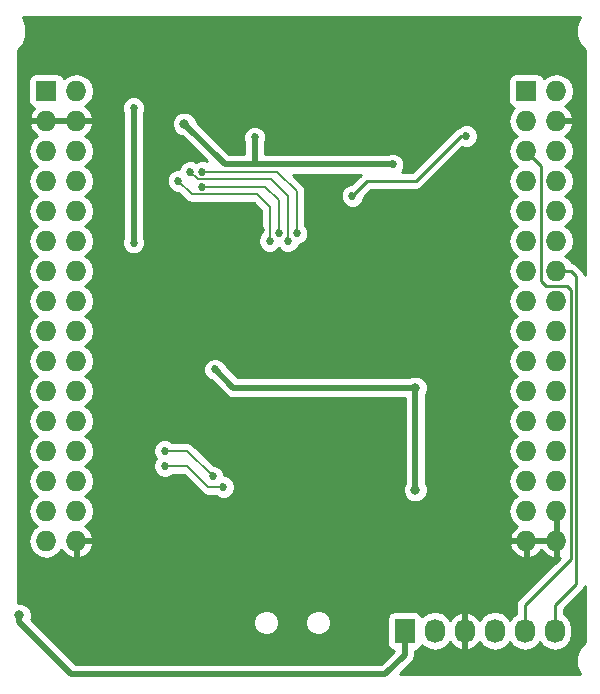
<source format=gbr>
G04 #@! TF.FileFunction,Copper,L2,Bot,Signal*
%FSLAX46Y46*%
G04 Gerber Fmt 4.6, Leading zero omitted, Abs format (unit mm)*
G04 Created by KiCad (PCBNEW 4.0.0-rc1-stable) date 11/15/2015 10:10:44 PM*
%MOMM*%
G01*
G04 APERTURE LIST*
%ADD10C,0.100000*%
%ADD11R,1.727200X2.032000*%
%ADD12O,1.727200X2.032000*%
%ADD13R,1.727200X1.727200*%
%ADD14O,1.727200X1.727200*%
%ADD15C,0.685800*%
%ADD16C,0.838200*%
%ADD17C,0.254000*%
%ADD18C,0.508000*%
%ADD19C,0.203200*%
G04 APERTURE END LIST*
D10*
D11*
X84963000Y-134620000D03*
D12*
X87503000Y-134620000D03*
X90043000Y-134620000D03*
X92583000Y-134620000D03*
X95123000Y-134620000D03*
X97663000Y-134620000D03*
D13*
X54610000Y-88900000D03*
D14*
X57150000Y-88900000D03*
X54610000Y-91440000D03*
X57150000Y-91440000D03*
X54610000Y-93980000D03*
X57150000Y-93980000D03*
X54610000Y-96520000D03*
X57150000Y-96520000D03*
X54610000Y-99060000D03*
X57150000Y-99060000D03*
X54610000Y-101600000D03*
X57150000Y-101600000D03*
X54610000Y-104140000D03*
X57150000Y-104140000D03*
X54610000Y-106680000D03*
X57150000Y-106680000D03*
X54610000Y-109220000D03*
X57150000Y-109220000D03*
X54610000Y-111760000D03*
X57150000Y-111760000D03*
X54610000Y-114300000D03*
X57150000Y-114300000D03*
X54610000Y-116840000D03*
X57150000Y-116840000D03*
X54610000Y-119380000D03*
X57150000Y-119380000D03*
X54610000Y-121920000D03*
X57150000Y-121920000D03*
X54610000Y-124460000D03*
X57150000Y-124460000D03*
X54610000Y-127000000D03*
X57150000Y-127000000D03*
D13*
X95250000Y-88900000D03*
D14*
X97790000Y-88900000D03*
X95250000Y-91440000D03*
X97790000Y-91440000D03*
X95250000Y-93980000D03*
X97790000Y-93980000D03*
X95250000Y-96520000D03*
X97790000Y-96520000D03*
X95250000Y-99060000D03*
X97790000Y-99060000D03*
X95250000Y-101600000D03*
X97790000Y-101600000D03*
X95250000Y-104140000D03*
X97790000Y-104140000D03*
X95250000Y-106680000D03*
X97790000Y-106680000D03*
X95250000Y-109220000D03*
X97790000Y-109220000D03*
X95250000Y-111760000D03*
X97790000Y-111760000D03*
X95250000Y-114300000D03*
X97790000Y-114300000D03*
X95250000Y-116840000D03*
X97790000Y-116840000D03*
X95250000Y-119380000D03*
X97790000Y-119380000D03*
X95250000Y-121920000D03*
X97790000Y-121920000D03*
X95250000Y-124460000D03*
X97790000Y-124460000D03*
X95250000Y-127000000D03*
X97790000Y-127000000D03*
D15*
X62103000Y-133350000D03*
X66675000Y-136906000D03*
X55245000Y-129921000D03*
X72771000Y-100711000D03*
X70866000Y-101854000D03*
X79756000Y-101727000D03*
X86868000Y-102743000D03*
X87503602Y-84598000D03*
X77038200Y-128066800D03*
X86487000Y-98044000D03*
X74563531Y-124079000D03*
X81588768Y-116150232D03*
X64055122Y-111331878D03*
X63317462Y-99750538D03*
X70204875Y-92837000D03*
X74295000Y-93091000D03*
X75643965Y-84963000D03*
D16*
X66294000Y-91694000D03*
D15*
X72263000Y-92837000D03*
X83947000Y-95123000D03*
X61999538Y-90320538D03*
X61999538Y-101750538D03*
X68882738Y-112473262D03*
D16*
X85852000Y-122682000D03*
X85852000Y-114046000D03*
X52324000Y-133306000D03*
D15*
X75819000Y-100965000D03*
X67818000Y-95758000D03*
X75057000Y-101600000D03*
X66802000Y-95758000D03*
X74295000Y-100965000D03*
X67818000Y-97028000D03*
X73533000Y-101600000D03*
X65786000Y-96520000D03*
X69596000Y-122428000D03*
X64653784Y-120650000D03*
X68707000Y-121539000D03*
X64633911Y-119380000D03*
X80518000Y-97790000D03*
X90170000Y-92710000D03*
D17*
X95250000Y-93980000D02*
X96520000Y-95250000D01*
X96520000Y-95250000D02*
X96520000Y-105029000D01*
X96520000Y-105029000D02*
X96901000Y-105410000D01*
X96901000Y-105410000D02*
X98679000Y-105410000D01*
X98679000Y-105410000D02*
X99060000Y-105791000D01*
X99060000Y-105791000D02*
X99060000Y-128524000D01*
X99060000Y-128524000D02*
X95123000Y-132461000D01*
X95123000Y-132461000D02*
X95123000Y-134620000D01*
D18*
X69850000Y-95123000D02*
X69723000Y-95123000D01*
X69723000Y-95123000D02*
X66294000Y-91694000D01*
X83947000Y-95123000D02*
X72290700Y-95123000D01*
X72290700Y-95123000D02*
X69850000Y-95123000D01*
X72263000Y-95095300D02*
X72290700Y-95123000D01*
X72263000Y-92837000D02*
X72263000Y-95095300D01*
X61999538Y-101750538D02*
X61999538Y-90320538D01*
X85852000Y-114046000D02*
X70455476Y-114046000D01*
X70455476Y-114046000D02*
X68882738Y-112473262D01*
X85852000Y-114638696D02*
X85852000Y-122682000D01*
X85852000Y-114046000D02*
X85852000Y-114638696D01*
X83312000Y-138303000D02*
X84963000Y-136652000D01*
X84963000Y-136652000D02*
X84963000Y-134620000D01*
X56728304Y-138303000D02*
X83312000Y-138303000D01*
X52324000Y-133306000D02*
X52324000Y-133898696D01*
X52324000Y-133898696D02*
X56728304Y-138303000D01*
D17*
X97790000Y-104140000D02*
X99011314Y-104140000D01*
X99466410Y-104595096D02*
X99466410Y-130657590D01*
X99011314Y-104140000D02*
X99466410Y-104595096D01*
X99466410Y-130657590D02*
X97663000Y-132461000D01*
X97663000Y-132461000D02*
X97663000Y-134620000D01*
X97790000Y-104140000D02*
X98552000Y-104140000D01*
D19*
X67818000Y-95758000D02*
X74168000Y-95758000D01*
X74168000Y-95758000D02*
X75819000Y-97409000D01*
X75819000Y-97409000D02*
X75819000Y-100965000D01*
X66802000Y-95758000D02*
X67437000Y-96393000D01*
X67437000Y-96393000D02*
X73660000Y-96393000D01*
X73660000Y-96393000D02*
X75057000Y-97790000D01*
X75057000Y-97790000D02*
X75057000Y-101600000D01*
X67818000Y-97028000D02*
X73152000Y-97028000D01*
X73152000Y-97028000D02*
X74295000Y-98171000D01*
X74295000Y-98171000D02*
X74295000Y-100965000D01*
X66929000Y-97663000D02*
X72466198Y-97663000D01*
X72466198Y-97663000D02*
X73533000Y-98729802D01*
X65786000Y-96520000D02*
X66929000Y-97663000D01*
X73533000Y-98729802D02*
X73533000Y-101600000D01*
X68326000Y-122428000D02*
X69596000Y-122428000D01*
X66548000Y-120650000D02*
X68326000Y-122428000D01*
X65138717Y-120650000D02*
X66548000Y-120650000D01*
X64653784Y-120650000D02*
X65138717Y-120650000D01*
X66548000Y-119380000D02*
X68707000Y-121539000D01*
X65118844Y-119380000D02*
X66548000Y-119380000D01*
X64633911Y-119380000D02*
X65118844Y-119380000D01*
D17*
X81788000Y-96520000D02*
X80518000Y-97790000D01*
X85875067Y-96520000D02*
X81788000Y-96520000D01*
X90170000Y-92710000D02*
X89685067Y-92710000D01*
X89685067Y-92710000D02*
X85875067Y-96520000D01*
G36*
X99465372Y-83393459D02*
X99464630Y-84242815D01*
X99788980Y-85027800D01*
X100203000Y-85442543D01*
X100203000Y-104467352D01*
X100170406Y-104303491D01*
X100005225Y-104056281D01*
X99550129Y-103601185D01*
X99498236Y-103566511D01*
X99302919Y-103436004D01*
X99088136Y-103393281D01*
X98879029Y-103080330D01*
X98564248Y-102870000D01*
X98879029Y-102659670D01*
X99203885Y-102173489D01*
X99317959Y-101600000D01*
X99203885Y-101026511D01*
X98879029Y-100540330D01*
X98564248Y-100330000D01*
X98879029Y-100119670D01*
X99203885Y-99633489D01*
X99317959Y-99060000D01*
X99203885Y-98486511D01*
X98879029Y-98000330D01*
X98564248Y-97790000D01*
X98879029Y-97579670D01*
X99203885Y-97093489D01*
X99317959Y-96520000D01*
X99203885Y-95946511D01*
X98879029Y-95460330D01*
X98564248Y-95250000D01*
X98879029Y-95039670D01*
X99203885Y-94553489D01*
X99317959Y-93980000D01*
X99203885Y-93406511D01*
X98879029Y-92920330D01*
X98555772Y-92704336D01*
X98678490Y-92646821D01*
X99072688Y-92214947D01*
X99244958Y-91799026D01*
X99123817Y-91567000D01*
X97917000Y-91567000D01*
X97917000Y-91587000D01*
X97663000Y-91587000D01*
X97663000Y-91567000D01*
X97643000Y-91567000D01*
X97643000Y-91313000D01*
X97663000Y-91313000D01*
X97663000Y-91293000D01*
X97917000Y-91293000D01*
X97917000Y-91313000D01*
X99123817Y-91313000D01*
X99244958Y-91080974D01*
X99072688Y-90665053D01*
X98678490Y-90233179D01*
X98555772Y-90175664D01*
X98879029Y-89959670D01*
X99203885Y-89473489D01*
X99317959Y-88900000D01*
X99203885Y-88326511D01*
X98879029Y-87840330D01*
X98392848Y-87515474D01*
X97819359Y-87401400D01*
X97760641Y-87401400D01*
X97187152Y-87515474D01*
X96721558Y-87826574D01*
X96716762Y-87801083D01*
X96577690Y-87584959D01*
X96365490Y-87439969D01*
X96113600Y-87388960D01*
X94386400Y-87388960D01*
X94151083Y-87433238D01*
X93934959Y-87572310D01*
X93789969Y-87784510D01*
X93738960Y-88036400D01*
X93738960Y-89763600D01*
X93783238Y-89998917D01*
X93922310Y-90215041D01*
X94134510Y-90360031D01*
X94178131Y-90368864D01*
X94160971Y-90380330D01*
X93836115Y-90866511D01*
X93722041Y-91440000D01*
X93836115Y-92013489D01*
X94160971Y-92499670D01*
X94475752Y-92710000D01*
X94160971Y-92920330D01*
X93836115Y-93406511D01*
X93722041Y-93980000D01*
X93836115Y-94553489D01*
X94160971Y-95039670D01*
X94475752Y-95250000D01*
X94160971Y-95460330D01*
X93836115Y-95946511D01*
X93722041Y-96520000D01*
X93836115Y-97093489D01*
X94160971Y-97579670D01*
X94475752Y-97790000D01*
X94160971Y-98000330D01*
X93836115Y-98486511D01*
X93722041Y-99060000D01*
X93836115Y-99633489D01*
X94160971Y-100119670D01*
X94475752Y-100330000D01*
X94160971Y-100540330D01*
X93836115Y-101026511D01*
X93722041Y-101600000D01*
X93836115Y-102173489D01*
X94160971Y-102659670D01*
X94475752Y-102870000D01*
X94160971Y-103080330D01*
X93836115Y-103566511D01*
X93722041Y-104140000D01*
X93836115Y-104713489D01*
X94160971Y-105199670D01*
X94475752Y-105410000D01*
X94160971Y-105620330D01*
X93836115Y-106106511D01*
X93722041Y-106680000D01*
X93836115Y-107253489D01*
X94160971Y-107739670D01*
X94475752Y-107950000D01*
X94160971Y-108160330D01*
X93836115Y-108646511D01*
X93722041Y-109220000D01*
X93836115Y-109793489D01*
X94160971Y-110279670D01*
X94475752Y-110490000D01*
X94160971Y-110700330D01*
X93836115Y-111186511D01*
X93722041Y-111760000D01*
X93836115Y-112333489D01*
X94160971Y-112819670D01*
X94475752Y-113030000D01*
X94160971Y-113240330D01*
X93836115Y-113726511D01*
X93722041Y-114300000D01*
X93836115Y-114873489D01*
X94160971Y-115359670D01*
X94475752Y-115570000D01*
X94160971Y-115780330D01*
X93836115Y-116266511D01*
X93722041Y-116840000D01*
X93836115Y-117413489D01*
X94160971Y-117899670D01*
X94475752Y-118110000D01*
X94160971Y-118320330D01*
X93836115Y-118806511D01*
X93722041Y-119380000D01*
X93836115Y-119953489D01*
X94160971Y-120439670D01*
X94475752Y-120650000D01*
X94160971Y-120860330D01*
X93836115Y-121346511D01*
X93722041Y-121920000D01*
X93836115Y-122493489D01*
X94160971Y-122979670D01*
X94475752Y-123190000D01*
X94160971Y-123400330D01*
X93836115Y-123886511D01*
X93722041Y-124460000D01*
X93836115Y-125033489D01*
X94160971Y-125519670D01*
X94484228Y-125735664D01*
X94361510Y-125793179D01*
X93967312Y-126225053D01*
X93795042Y-126640974D01*
X93916183Y-126873000D01*
X95123000Y-126873000D01*
X95123000Y-126853000D01*
X95377000Y-126853000D01*
X95377000Y-126873000D01*
X97663000Y-126873000D01*
X97663000Y-124587000D01*
X97643000Y-124587000D01*
X97643000Y-124333000D01*
X97663000Y-124333000D01*
X97663000Y-124313000D01*
X97917000Y-124313000D01*
X97917000Y-124333000D01*
X97937000Y-124333000D01*
X97937000Y-124587000D01*
X97917000Y-124587000D01*
X97917000Y-126873000D01*
X97937000Y-126873000D01*
X97937000Y-127127000D01*
X97917000Y-127127000D01*
X97917000Y-128334469D01*
X98084771Y-128421598D01*
X94584185Y-131922185D01*
X94419004Y-132169395D01*
X94361000Y-132461000D01*
X94361000Y-133176688D01*
X94063330Y-133375585D01*
X93853000Y-133690366D01*
X93642670Y-133375585D01*
X93156489Y-133050729D01*
X92583000Y-132936655D01*
X92009511Y-133050729D01*
X91523330Y-133375585D01*
X91316539Y-133685069D01*
X90945036Y-133269268D01*
X90417791Y-133015291D01*
X90402026Y-133012642D01*
X90170000Y-133133783D01*
X90170000Y-134493000D01*
X90190000Y-134493000D01*
X90190000Y-134747000D01*
X90170000Y-134747000D01*
X90170000Y-136106217D01*
X90402026Y-136227358D01*
X90417791Y-136224709D01*
X90945036Y-135970732D01*
X91316539Y-135554931D01*
X91523330Y-135864415D01*
X92009511Y-136189271D01*
X92583000Y-136303345D01*
X93156489Y-136189271D01*
X93642670Y-135864415D01*
X93853000Y-135549634D01*
X94063330Y-135864415D01*
X94549511Y-136189271D01*
X95123000Y-136303345D01*
X95696489Y-136189271D01*
X96182670Y-135864415D01*
X96393000Y-135549634D01*
X96603330Y-135864415D01*
X97089511Y-136189271D01*
X97663000Y-136303345D01*
X98236489Y-136189271D01*
X98722670Y-135864415D01*
X99047526Y-135378234D01*
X99161600Y-134804745D01*
X99161600Y-134435255D01*
X99047526Y-133861766D01*
X98722670Y-133375585D01*
X98425000Y-133176688D01*
X98425000Y-132776630D01*
X100005225Y-131196405D01*
X100170406Y-130949195D01*
X100203000Y-130785334D01*
X100203000Y-135537850D01*
X99791091Y-135949041D01*
X99465372Y-136733459D01*
X99464630Y-137582815D01*
X99762205Y-138303000D01*
X84569236Y-138303000D01*
X85591618Y-137280618D01*
X85784330Y-136992205D01*
X85852000Y-136652000D01*
X85852000Y-136278661D01*
X86061917Y-136239162D01*
X86278041Y-136100090D01*
X86423031Y-135887890D01*
X86431400Y-135846561D01*
X86443330Y-135864415D01*
X86929511Y-136189271D01*
X87503000Y-136303345D01*
X88076489Y-136189271D01*
X88562670Y-135864415D01*
X88769461Y-135554931D01*
X89140964Y-135970732D01*
X89668209Y-136224709D01*
X89683974Y-136227358D01*
X89916000Y-136106217D01*
X89916000Y-134747000D01*
X89896000Y-134747000D01*
X89896000Y-134493000D01*
X89916000Y-134493000D01*
X89916000Y-133133783D01*
X89683974Y-133012642D01*
X89668209Y-133015291D01*
X89140964Y-133269268D01*
X88769461Y-133685069D01*
X88562670Y-133375585D01*
X88076489Y-133050729D01*
X87503000Y-132936655D01*
X86929511Y-133050729D01*
X86443330Y-133375585D01*
X86433757Y-133389913D01*
X86429762Y-133368683D01*
X86290690Y-133152559D01*
X86078490Y-133007569D01*
X85826600Y-132956560D01*
X84099400Y-132956560D01*
X83864083Y-133000838D01*
X83647959Y-133139910D01*
X83502969Y-133352110D01*
X83451960Y-133604000D01*
X83451960Y-135636000D01*
X83496238Y-135871317D01*
X83635310Y-136087441D01*
X83847510Y-136232431D01*
X84074000Y-136278296D01*
X84074000Y-136283764D01*
X82943764Y-137414000D01*
X57096540Y-137414000D01*
X53793430Y-134110890D01*
X72153592Y-134110890D01*
X72318362Y-134509663D01*
X72623193Y-134815026D01*
X73021677Y-134980491D01*
X73453150Y-134980868D01*
X73851923Y-134816098D01*
X74157286Y-134511267D01*
X74322751Y-134112783D01*
X74322752Y-134110890D01*
X76552872Y-134110890D01*
X76717642Y-134509663D01*
X77022473Y-134815026D01*
X77420957Y-134980491D01*
X77852430Y-134980868D01*
X78251203Y-134816098D01*
X78556566Y-134511267D01*
X78722031Y-134112783D01*
X78722408Y-133681310D01*
X78557638Y-133282537D01*
X78252807Y-132977174D01*
X77854323Y-132811709D01*
X77422850Y-132811332D01*
X77024077Y-132976102D01*
X76718714Y-133280933D01*
X76553249Y-133679417D01*
X76552872Y-134110890D01*
X74322752Y-134110890D01*
X74323128Y-133681310D01*
X74158358Y-133282537D01*
X73853527Y-132977174D01*
X73455043Y-132811709D01*
X73023570Y-132811332D01*
X72624797Y-132976102D01*
X72319434Y-133280933D01*
X72153969Y-133679417D01*
X72153592Y-134110890D01*
X53793430Y-134110890D01*
X53325461Y-133642921D01*
X53377917Y-133516593D01*
X53378283Y-133097246D01*
X53218144Y-132709680D01*
X52921879Y-132412899D01*
X52534593Y-132252083D01*
X52197000Y-132251788D01*
X52197000Y-93980000D01*
X53082041Y-93980000D01*
X53196115Y-94553489D01*
X53520971Y-95039670D01*
X53835752Y-95250000D01*
X53520971Y-95460330D01*
X53196115Y-95946511D01*
X53082041Y-96520000D01*
X53196115Y-97093489D01*
X53520971Y-97579670D01*
X53835752Y-97790000D01*
X53520971Y-98000330D01*
X53196115Y-98486511D01*
X53082041Y-99060000D01*
X53196115Y-99633489D01*
X53520971Y-100119670D01*
X53835752Y-100330000D01*
X53520971Y-100540330D01*
X53196115Y-101026511D01*
X53082041Y-101600000D01*
X53196115Y-102173489D01*
X53520971Y-102659670D01*
X53835752Y-102870000D01*
X53520971Y-103080330D01*
X53196115Y-103566511D01*
X53082041Y-104140000D01*
X53196115Y-104713489D01*
X53520971Y-105199670D01*
X53835752Y-105410000D01*
X53520971Y-105620330D01*
X53196115Y-106106511D01*
X53082041Y-106680000D01*
X53196115Y-107253489D01*
X53520971Y-107739670D01*
X53835752Y-107950000D01*
X53520971Y-108160330D01*
X53196115Y-108646511D01*
X53082041Y-109220000D01*
X53196115Y-109793489D01*
X53520971Y-110279670D01*
X53835752Y-110490000D01*
X53520971Y-110700330D01*
X53196115Y-111186511D01*
X53082041Y-111760000D01*
X53196115Y-112333489D01*
X53520971Y-112819670D01*
X53835752Y-113030000D01*
X53520971Y-113240330D01*
X53196115Y-113726511D01*
X53082041Y-114300000D01*
X53196115Y-114873489D01*
X53520971Y-115359670D01*
X53835752Y-115570000D01*
X53520971Y-115780330D01*
X53196115Y-116266511D01*
X53082041Y-116840000D01*
X53196115Y-117413489D01*
X53520971Y-117899670D01*
X53835752Y-118110000D01*
X53520971Y-118320330D01*
X53196115Y-118806511D01*
X53082041Y-119380000D01*
X53196115Y-119953489D01*
X53520971Y-120439670D01*
X53835752Y-120650000D01*
X53520971Y-120860330D01*
X53196115Y-121346511D01*
X53082041Y-121920000D01*
X53196115Y-122493489D01*
X53520971Y-122979670D01*
X53835752Y-123190000D01*
X53520971Y-123400330D01*
X53196115Y-123886511D01*
X53082041Y-124460000D01*
X53196115Y-125033489D01*
X53520971Y-125519670D01*
X53835752Y-125730000D01*
X53520971Y-125940330D01*
X53196115Y-126426511D01*
X53082041Y-127000000D01*
X53196115Y-127573489D01*
X53520971Y-128059670D01*
X54007152Y-128384526D01*
X54580641Y-128498600D01*
X54639359Y-128498600D01*
X55212848Y-128384526D01*
X55699029Y-128059670D01*
X55879992Y-127788839D01*
X56261510Y-128206821D01*
X56790973Y-128454968D01*
X57023000Y-128334469D01*
X57023000Y-127127000D01*
X57277000Y-127127000D01*
X57277000Y-128334469D01*
X57509027Y-128454968D01*
X58038490Y-128206821D01*
X58432688Y-127774947D01*
X58604958Y-127359026D01*
X93795042Y-127359026D01*
X93967312Y-127774947D01*
X94361510Y-128206821D01*
X94890973Y-128454968D01*
X95123000Y-128334469D01*
X95123000Y-127127000D01*
X95377000Y-127127000D01*
X95377000Y-128334469D01*
X95609027Y-128454968D01*
X96138490Y-128206821D01*
X96520000Y-127788848D01*
X96901510Y-128206821D01*
X97430973Y-128454968D01*
X97663000Y-128334469D01*
X97663000Y-127127000D01*
X95377000Y-127127000D01*
X95123000Y-127127000D01*
X93916183Y-127127000D01*
X93795042Y-127359026D01*
X58604958Y-127359026D01*
X58483817Y-127127000D01*
X57277000Y-127127000D01*
X57023000Y-127127000D01*
X57003000Y-127127000D01*
X57003000Y-126873000D01*
X57023000Y-126873000D01*
X57023000Y-126853000D01*
X57277000Y-126853000D01*
X57277000Y-126873000D01*
X58483817Y-126873000D01*
X58604958Y-126640974D01*
X58432688Y-126225053D01*
X58038490Y-125793179D01*
X57915772Y-125735664D01*
X58239029Y-125519670D01*
X58563885Y-125033489D01*
X58677959Y-124460000D01*
X58563885Y-123886511D01*
X58239029Y-123400330D01*
X57924248Y-123190000D01*
X58239029Y-122979670D01*
X58563885Y-122493489D01*
X58677959Y-121920000D01*
X58563885Y-121346511D01*
X58239029Y-120860330D01*
X57924248Y-120650000D01*
X58239029Y-120439670D01*
X58563885Y-119953489D01*
X58639437Y-119573663D01*
X63655842Y-119573663D01*
X63804404Y-119933212D01*
X63895870Y-120024838D01*
X63825244Y-120095341D01*
X63676054Y-120454630D01*
X63675715Y-120843663D01*
X63824277Y-121203212D01*
X64099125Y-121478540D01*
X64458414Y-121627730D01*
X64847447Y-121628069D01*
X65206996Y-121479507D01*
X65300065Y-121386600D01*
X66242890Y-121386600D01*
X67805145Y-122948855D01*
X68044115Y-123108530D01*
X68326000Y-123164600D01*
X68949561Y-123164600D01*
X69041341Y-123256540D01*
X69400630Y-123405730D01*
X69789663Y-123406069D01*
X70149212Y-123257507D01*
X70424540Y-122982659D01*
X70573730Y-122623370D01*
X70574069Y-122234337D01*
X70425507Y-121874788D01*
X70150659Y-121599460D01*
X69791370Y-121450270D01*
X69684978Y-121450177D01*
X69685069Y-121345337D01*
X69536507Y-120985788D01*
X69261659Y-120710460D01*
X68902370Y-120561270D01*
X68770865Y-120561155D01*
X67068855Y-118859145D01*
X66829885Y-118699470D01*
X66548000Y-118643400D01*
X65280350Y-118643400D01*
X65188570Y-118551460D01*
X64829281Y-118402270D01*
X64440248Y-118401931D01*
X64080699Y-118550493D01*
X63805371Y-118825341D01*
X63656181Y-119184630D01*
X63655842Y-119573663D01*
X58639437Y-119573663D01*
X58677959Y-119380000D01*
X58563885Y-118806511D01*
X58239029Y-118320330D01*
X57924248Y-118110000D01*
X58239029Y-117899670D01*
X58563885Y-117413489D01*
X58677959Y-116840000D01*
X58563885Y-116266511D01*
X58239029Y-115780330D01*
X57924248Y-115570000D01*
X58239029Y-115359670D01*
X58563885Y-114873489D01*
X58677959Y-114300000D01*
X58563885Y-113726511D01*
X58239029Y-113240330D01*
X57924248Y-113030000D01*
X58239029Y-112819670D01*
X58341090Y-112666925D01*
X67904669Y-112666925D01*
X68053231Y-113026474D01*
X68328079Y-113301802D01*
X68543488Y-113391248D01*
X69826858Y-114674618D01*
X70115270Y-114867329D01*
X70455476Y-114935000D01*
X84963000Y-114935000D01*
X84963000Y-122080027D01*
X84958899Y-122084121D01*
X84798083Y-122471407D01*
X84797717Y-122890754D01*
X84957856Y-123278320D01*
X85254121Y-123575101D01*
X85641407Y-123735917D01*
X86060754Y-123736283D01*
X86448320Y-123576144D01*
X86745101Y-123279879D01*
X86905917Y-122892593D01*
X86906283Y-122473246D01*
X86746144Y-122085680D01*
X86741000Y-122080527D01*
X86741000Y-114647973D01*
X86745101Y-114643879D01*
X86905917Y-114256593D01*
X86906283Y-113837246D01*
X86746144Y-113449680D01*
X86449879Y-113152899D01*
X86062593Y-112992083D01*
X85643246Y-112991717D01*
X85255680Y-113151856D01*
X85250527Y-113157000D01*
X70823712Y-113157000D01*
X69800601Y-112133889D01*
X69712245Y-111920050D01*
X69437397Y-111644722D01*
X69078108Y-111495532D01*
X68689075Y-111495193D01*
X68329526Y-111643755D01*
X68054198Y-111918603D01*
X67905008Y-112277892D01*
X67904669Y-112666925D01*
X58341090Y-112666925D01*
X58563885Y-112333489D01*
X58677959Y-111760000D01*
X58563885Y-111186511D01*
X58239029Y-110700330D01*
X57924248Y-110490000D01*
X58239029Y-110279670D01*
X58563885Y-109793489D01*
X58677959Y-109220000D01*
X58563885Y-108646511D01*
X58239029Y-108160330D01*
X57924248Y-107950000D01*
X58239029Y-107739670D01*
X58563885Y-107253489D01*
X58677959Y-106680000D01*
X58563885Y-106106511D01*
X58239029Y-105620330D01*
X57924248Y-105410000D01*
X58239029Y-105199670D01*
X58563885Y-104713489D01*
X58677959Y-104140000D01*
X58563885Y-103566511D01*
X58239029Y-103080330D01*
X57924248Y-102870000D01*
X58239029Y-102659670D01*
X58563885Y-102173489D01*
X58677959Y-101600000D01*
X58563885Y-101026511D01*
X58239029Y-100540330D01*
X57924248Y-100330000D01*
X58239029Y-100119670D01*
X58563885Y-99633489D01*
X58677959Y-99060000D01*
X58563885Y-98486511D01*
X58239029Y-98000330D01*
X57924248Y-97790000D01*
X58239029Y-97579670D01*
X58563885Y-97093489D01*
X58677959Y-96520000D01*
X58563885Y-95946511D01*
X58239029Y-95460330D01*
X57924248Y-95250000D01*
X58239029Y-95039670D01*
X58563885Y-94553489D01*
X58677959Y-93980000D01*
X58563885Y-93406511D01*
X58239029Y-92920330D01*
X57915772Y-92704336D01*
X58038490Y-92646821D01*
X58432688Y-92214947D01*
X58604958Y-91799026D01*
X58483817Y-91567000D01*
X57277000Y-91567000D01*
X57277000Y-91587000D01*
X57023000Y-91587000D01*
X57023000Y-91567000D01*
X54737000Y-91567000D01*
X54737000Y-91587000D01*
X54483000Y-91587000D01*
X54483000Y-91567000D01*
X53276183Y-91567000D01*
X53155042Y-91799026D01*
X53327312Y-92214947D01*
X53721510Y-92646821D01*
X53844228Y-92704336D01*
X53520971Y-92920330D01*
X53196115Y-93406511D01*
X53082041Y-93980000D01*
X52197000Y-93980000D01*
X52197000Y-88036400D01*
X53098960Y-88036400D01*
X53098960Y-89763600D01*
X53143238Y-89998917D01*
X53282310Y-90215041D01*
X53494510Y-90360031D01*
X53588375Y-90379039D01*
X53327312Y-90665053D01*
X53155042Y-91080974D01*
X53276183Y-91313000D01*
X54483000Y-91313000D01*
X54483000Y-91293000D01*
X54737000Y-91293000D01*
X54737000Y-91313000D01*
X57023000Y-91313000D01*
X57023000Y-91293000D01*
X57277000Y-91293000D01*
X57277000Y-91313000D01*
X58483817Y-91313000D01*
X58604958Y-91080974D01*
X58432688Y-90665053D01*
X58294997Y-90514201D01*
X61021469Y-90514201D01*
X61110538Y-90729765D01*
X61110538Y-101341483D01*
X61021808Y-101555168D01*
X61021469Y-101944201D01*
X61170031Y-102303750D01*
X61444879Y-102579078D01*
X61804168Y-102728268D01*
X62193201Y-102728607D01*
X62552750Y-102580045D01*
X62828078Y-102305197D01*
X62977268Y-101945908D01*
X62977607Y-101556875D01*
X62888538Y-101341311D01*
X62888538Y-96713663D01*
X64807931Y-96713663D01*
X64956493Y-97073212D01*
X65231341Y-97348540D01*
X65590630Y-97497730D01*
X65722135Y-97497845D01*
X66408145Y-98183855D01*
X66647115Y-98343530D01*
X66929000Y-98399600D01*
X72161088Y-98399600D01*
X72796400Y-99034912D01*
X72796400Y-100953561D01*
X72704460Y-101045341D01*
X72555270Y-101404630D01*
X72554931Y-101793663D01*
X72703493Y-102153212D01*
X72978341Y-102428540D01*
X73337630Y-102577730D01*
X73726663Y-102578069D01*
X74086212Y-102429507D01*
X74295123Y-102220960D01*
X74502341Y-102428540D01*
X74861630Y-102577730D01*
X75250663Y-102578069D01*
X75610212Y-102429507D01*
X75885540Y-102154659D01*
X75973414Y-101943035D01*
X76012663Y-101943069D01*
X76372212Y-101794507D01*
X76647540Y-101519659D01*
X76796730Y-101160370D01*
X76797069Y-100771337D01*
X76648507Y-100411788D01*
X76555600Y-100318719D01*
X76555600Y-97409000D01*
X76499530Y-97127115D01*
X76339855Y-96888145D01*
X75463710Y-96012000D01*
X81218369Y-96012000D01*
X80418357Y-96812013D01*
X80324337Y-96811931D01*
X79964788Y-96960493D01*
X79689460Y-97235341D01*
X79540270Y-97594630D01*
X79539931Y-97983663D01*
X79688493Y-98343212D01*
X79963341Y-98618540D01*
X80322630Y-98767730D01*
X80711663Y-98768069D01*
X81071212Y-98619507D01*
X81346540Y-98344659D01*
X81495730Y-97985370D01*
X81495813Y-97889817D01*
X82103631Y-97282000D01*
X85875067Y-97282000D01*
X86166672Y-97223996D01*
X86413882Y-97058815D01*
X89840616Y-93632082D01*
X89974630Y-93687730D01*
X90363663Y-93688069D01*
X90723212Y-93539507D01*
X90998540Y-93264659D01*
X91147730Y-92905370D01*
X91148069Y-92516337D01*
X90999507Y-92156788D01*
X90724659Y-91881460D01*
X90365370Y-91732270D01*
X89976337Y-91731931D01*
X89616788Y-91880493D01*
X89515344Y-91981760D01*
X89393462Y-92006004D01*
X89294444Y-92072166D01*
X89146252Y-92171184D01*
X85559437Y-95758000D01*
X84695059Y-95758000D01*
X84775540Y-95677659D01*
X84924730Y-95318370D01*
X84925069Y-94929337D01*
X84776507Y-94569788D01*
X84501659Y-94294460D01*
X84142370Y-94145270D01*
X83753337Y-94144931D01*
X83537773Y-94234000D01*
X73152000Y-94234000D01*
X73152000Y-93246055D01*
X73240730Y-93032370D01*
X73241069Y-92643337D01*
X73092507Y-92283788D01*
X72817659Y-92008460D01*
X72458370Y-91859270D01*
X72069337Y-91858931D01*
X71709788Y-92007493D01*
X71434460Y-92282341D01*
X71285270Y-92641630D01*
X71284931Y-93030663D01*
X71374000Y-93246227D01*
X71374000Y-94234000D01*
X70091236Y-94234000D01*
X67348278Y-91491042D01*
X67348283Y-91485246D01*
X67188144Y-91097680D01*
X66891879Y-90800899D01*
X66504593Y-90640083D01*
X66085246Y-90639717D01*
X65697680Y-90799856D01*
X65400899Y-91096121D01*
X65240083Y-91483407D01*
X65239717Y-91902754D01*
X65399856Y-92290320D01*
X65696121Y-92587101D01*
X66083407Y-92747917D01*
X66090687Y-92747923D01*
X68200906Y-94858142D01*
X68013370Y-94780270D01*
X67624337Y-94779931D01*
X67309670Y-94909948D01*
X66997370Y-94780270D01*
X66608337Y-94779931D01*
X66248788Y-94928493D01*
X65973460Y-95203341D01*
X65832778Y-95542141D01*
X65592337Y-95541931D01*
X65232788Y-95690493D01*
X64957460Y-95965341D01*
X64808270Y-96324630D01*
X64807931Y-96713663D01*
X62888538Y-96713663D01*
X62888538Y-90729593D01*
X62977268Y-90515908D01*
X62977607Y-90126875D01*
X62829045Y-89767326D01*
X62554197Y-89491998D01*
X62194908Y-89342808D01*
X61805875Y-89342469D01*
X61446326Y-89491031D01*
X61170998Y-89765879D01*
X61021808Y-90125168D01*
X61021469Y-90514201D01*
X58294997Y-90514201D01*
X58038490Y-90233179D01*
X57915772Y-90175664D01*
X58239029Y-89959670D01*
X58563885Y-89473489D01*
X58677959Y-88900000D01*
X58563885Y-88326511D01*
X58239029Y-87840330D01*
X57752848Y-87515474D01*
X57179359Y-87401400D01*
X57120641Y-87401400D01*
X56547152Y-87515474D01*
X56081558Y-87826574D01*
X56076762Y-87801083D01*
X55937690Y-87584959D01*
X55725490Y-87439969D01*
X55473600Y-87388960D01*
X53746400Y-87388960D01*
X53511083Y-87433238D01*
X53294959Y-87572310D01*
X53149969Y-87784510D01*
X53098960Y-88036400D01*
X52197000Y-88036400D01*
X52197000Y-85442150D01*
X52608909Y-85030959D01*
X52934628Y-84246541D01*
X52935370Y-83397185D01*
X52637795Y-82677000D01*
X99762872Y-82677000D01*
X99465372Y-83393459D01*
X99465372Y-83393459D01*
G37*
X99465372Y-83393459D02*
X99464630Y-84242815D01*
X99788980Y-85027800D01*
X100203000Y-85442543D01*
X100203000Y-104467352D01*
X100170406Y-104303491D01*
X100005225Y-104056281D01*
X99550129Y-103601185D01*
X99498236Y-103566511D01*
X99302919Y-103436004D01*
X99088136Y-103393281D01*
X98879029Y-103080330D01*
X98564248Y-102870000D01*
X98879029Y-102659670D01*
X99203885Y-102173489D01*
X99317959Y-101600000D01*
X99203885Y-101026511D01*
X98879029Y-100540330D01*
X98564248Y-100330000D01*
X98879029Y-100119670D01*
X99203885Y-99633489D01*
X99317959Y-99060000D01*
X99203885Y-98486511D01*
X98879029Y-98000330D01*
X98564248Y-97790000D01*
X98879029Y-97579670D01*
X99203885Y-97093489D01*
X99317959Y-96520000D01*
X99203885Y-95946511D01*
X98879029Y-95460330D01*
X98564248Y-95250000D01*
X98879029Y-95039670D01*
X99203885Y-94553489D01*
X99317959Y-93980000D01*
X99203885Y-93406511D01*
X98879029Y-92920330D01*
X98555772Y-92704336D01*
X98678490Y-92646821D01*
X99072688Y-92214947D01*
X99244958Y-91799026D01*
X99123817Y-91567000D01*
X97917000Y-91567000D01*
X97917000Y-91587000D01*
X97663000Y-91587000D01*
X97663000Y-91567000D01*
X97643000Y-91567000D01*
X97643000Y-91313000D01*
X97663000Y-91313000D01*
X97663000Y-91293000D01*
X97917000Y-91293000D01*
X97917000Y-91313000D01*
X99123817Y-91313000D01*
X99244958Y-91080974D01*
X99072688Y-90665053D01*
X98678490Y-90233179D01*
X98555772Y-90175664D01*
X98879029Y-89959670D01*
X99203885Y-89473489D01*
X99317959Y-88900000D01*
X99203885Y-88326511D01*
X98879029Y-87840330D01*
X98392848Y-87515474D01*
X97819359Y-87401400D01*
X97760641Y-87401400D01*
X97187152Y-87515474D01*
X96721558Y-87826574D01*
X96716762Y-87801083D01*
X96577690Y-87584959D01*
X96365490Y-87439969D01*
X96113600Y-87388960D01*
X94386400Y-87388960D01*
X94151083Y-87433238D01*
X93934959Y-87572310D01*
X93789969Y-87784510D01*
X93738960Y-88036400D01*
X93738960Y-89763600D01*
X93783238Y-89998917D01*
X93922310Y-90215041D01*
X94134510Y-90360031D01*
X94178131Y-90368864D01*
X94160971Y-90380330D01*
X93836115Y-90866511D01*
X93722041Y-91440000D01*
X93836115Y-92013489D01*
X94160971Y-92499670D01*
X94475752Y-92710000D01*
X94160971Y-92920330D01*
X93836115Y-93406511D01*
X93722041Y-93980000D01*
X93836115Y-94553489D01*
X94160971Y-95039670D01*
X94475752Y-95250000D01*
X94160971Y-95460330D01*
X93836115Y-95946511D01*
X93722041Y-96520000D01*
X93836115Y-97093489D01*
X94160971Y-97579670D01*
X94475752Y-97790000D01*
X94160971Y-98000330D01*
X93836115Y-98486511D01*
X93722041Y-99060000D01*
X93836115Y-99633489D01*
X94160971Y-100119670D01*
X94475752Y-100330000D01*
X94160971Y-100540330D01*
X93836115Y-101026511D01*
X93722041Y-101600000D01*
X93836115Y-102173489D01*
X94160971Y-102659670D01*
X94475752Y-102870000D01*
X94160971Y-103080330D01*
X93836115Y-103566511D01*
X93722041Y-104140000D01*
X93836115Y-104713489D01*
X94160971Y-105199670D01*
X94475752Y-105410000D01*
X94160971Y-105620330D01*
X93836115Y-106106511D01*
X93722041Y-106680000D01*
X93836115Y-107253489D01*
X94160971Y-107739670D01*
X94475752Y-107950000D01*
X94160971Y-108160330D01*
X93836115Y-108646511D01*
X93722041Y-109220000D01*
X93836115Y-109793489D01*
X94160971Y-110279670D01*
X94475752Y-110490000D01*
X94160971Y-110700330D01*
X93836115Y-111186511D01*
X93722041Y-111760000D01*
X93836115Y-112333489D01*
X94160971Y-112819670D01*
X94475752Y-113030000D01*
X94160971Y-113240330D01*
X93836115Y-113726511D01*
X93722041Y-114300000D01*
X93836115Y-114873489D01*
X94160971Y-115359670D01*
X94475752Y-115570000D01*
X94160971Y-115780330D01*
X93836115Y-116266511D01*
X93722041Y-116840000D01*
X93836115Y-117413489D01*
X94160971Y-117899670D01*
X94475752Y-118110000D01*
X94160971Y-118320330D01*
X93836115Y-118806511D01*
X93722041Y-119380000D01*
X93836115Y-119953489D01*
X94160971Y-120439670D01*
X94475752Y-120650000D01*
X94160971Y-120860330D01*
X93836115Y-121346511D01*
X93722041Y-121920000D01*
X93836115Y-122493489D01*
X94160971Y-122979670D01*
X94475752Y-123190000D01*
X94160971Y-123400330D01*
X93836115Y-123886511D01*
X93722041Y-124460000D01*
X93836115Y-125033489D01*
X94160971Y-125519670D01*
X94484228Y-125735664D01*
X94361510Y-125793179D01*
X93967312Y-126225053D01*
X93795042Y-126640974D01*
X93916183Y-126873000D01*
X95123000Y-126873000D01*
X95123000Y-126853000D01*
X95377000Y-126853000D01*
X95377000Y-126873000D01*
X97663000Y-126873000D01*
X97663000Y-124587000D01*
X97643000Y-124587000D01*
X97643000Y-124333000D01*
X97663000Y-124333000D01*
X97663000Y-124313000D01*
X97917000Y-124313000D01*
X97917000Y-124333000D01*
X97937000Y-124333000D01*
X97937000Y-124587000D01*
X97917000Y-124587000D01*
X97917000Y-126873000D01*
X97937000Y-126873000D01*
X97937000Y-127127000D01*
X97917000Y-127127000D01*
X97917000Y-128334469D01*
X98084771Y-128421598D01*
X94584185Y-131922185D01*
X94419004Y-132169395D01*
X94361000Y-132461000D01*
X94361000Y-133176688D01*
X94063330Y-133375585D01*
X93853000Y-133690366D01*
X93642670Y-133375585D01*
X93156489Y-133050729D01*
X92583000Y-132936655D01*
X92009511Y-133050729D01*
X91523330Y-133375585D01*
X91316539Y-133685069D01*
X90945036Y-133269268D01*
X90417791Y-133015291D01*
X90402026Y-133012642D01*
X90170000Y-133133783D01*
X90170000Y-134493000D01*
X90190000Y-134493000D01*
X90190000Y-134747000D01*
X90170000Y-134747000D01*
X90170000Y-136106217D01*
X90402026Y-136227358D01*
X90417791Y-136224709D01*
X90945036Y-135970732D01*
X91316539Y-135554931D01*
X91523330Y-135864415D01*
X92009511Y-136189271D01*
X92583000Y-136303345D01*
X93156489Y-136189271D01*
X93642670Y-135864415D01*
X93853000Y-135549634D01*
X94063330Y-135864415D01*
X94549511Y-136189271D01*
X95123000Y-136303345D01*
X95696489Y-136189271D01*
X96182670Y-135864415D01*
X96393000Y-135549634D01*
X96603330Y-135864415D01*
X97089511Y-136189271D01*
X97663000Y-136303345D01*
X98236489Y-136189271D01*
X98722670Y-135864415D01*
X99047526Y-135378234D01*
X99161600Y-134804745D01*
X99161600Y-134435255D01*
X99047526Y-133861766D01*
X98722670Y-133375585D01*
X98425000Y-133176688D01*
X98425000Y-132776630D01*
X100005225Y-131196405D01*
X100170406Y-130949195D01*
X100203000Y-130785334D01*
X100203000Y-135537850D01*
X99791091Y-135949041D01*
X99465372Y-136733459D01*
X99464630Y-137582815D01*
X99762205Y-138303000D01*
X84569236Y-138303000D01*
X85591618Y-137280618D01*
X85784330Y-136992205D01*
X85852000Y-136652000D01*
X85852000Y-136278661D01*
X86061917Y-136239162D01*
X86278041Y-136100090D01*
X86423031Y-135887890D01*
X86431400Y-135846561D01*
X86443330Y-135864415D01*
X86929511Y-136189271D01*
X87503000Y-136303345D01*
X88076489Y-136189271D01*
X88562670Y-135864415D01*
X88769461Y-135554931D01*
X89140964Y-135970732D01*
X89668209Y-136224709D01*
X89683974Y-136227358D01*
X89916000Y-136106217D01*
X89916000Y-134747000D01*
X89896000Y-134747000D01*
X89896000Y-134493000D01*
X89916000Y-134493000D01*
X89916000Y-133133783D01*
X89683974Y-133012642D01*
X89668209Y-133015291D01*
X89140964Y-133269268D01*
X88769461Y-133685069D01*
X88562670Y-133375585D01*
X88076489Y-133050729D01*
X87503000Y-132936655D01*
X86929511Y-133050729D01*
X86443330Y-133375585D01*
X86433757Y-133389913D01*
X86429762Y-133368683D01*
X86290690Y-133152559D01*
X86078490Y-133007569D01*
X85826600Y-132956560D01*
X84099400Y-132956560D01*
X83864083Y-133000838D01*
X83647959Y-133139910D01*
X83502969Y-133352110D01*
X83451960Y-133604000D01*
X83451960Y-135636000D01*
X83496238Y-135871317D01*
X83635310Y-136087441D01*
X83847510Y-136232431D01*
X84074000Y-136278296D01*
X84074000Y-136283764D01*
X82943764Y-137414000D01*
X57096540Y-137414000D01*
X53793430Y-134110890D01*
X72153592Y-134110890D01*
X72318362Y-134509663D01*
X72623193Y-134815026D01*
X73021677Y-134980491D01*
X73453150Y-134980868D01*
X73851923Y-134816098D01*
X74157286Y-134511267D01*
X74322751Y-134112783D01*
X74322752Y-134110890D01*
X76552872Y-134110890D01*
X76717642Y-134509663D01*
X77022473Y-134815026D01*
X77420957Y-134980491D01*
X77852430Y-134980868D01*
X78251203Y-134816098D01*
X78556566Y-134511267D01*
X78722031Y-134112783D01*
X78722408Y-133681310D01*
X78557638Y-133282537D01*
X78252807Y-132977174D01*
X77854323Y-132811709D01*
X77422850Y-132811332D01*
X77024077Y-132976102D01*
X76718714Y-133280933D01*
X76553249Y-133679417D01*
X76552872Y-134110890D01*
X74322752Y-134110890D01*
X74323128Y-133681310D01*
X74158358Y-133282537D01*
X73853527Y-132977174D01*
X73455043Y-132811709D01*
X73023570Y-132811332D01*
X72624797Y-132976102D01*
X72319434Y-133280933D01*
X72153969Y-133679417D01*
X72153592Y-134110890D01*
X53793430Y-134110890D01*
X53325461Y-133642921D01*
X53377917Y-133516593D01*
X53378283Y-133097246D01*
X53218144Y-132709680D01*
X52921879Y-132412899D01*
X52534593Y-132252083D01*
X52197000Y-132251788D01*
X52197000Y-93980000D01*
X53082041Y-93980000D01*
X53196115Y-94553489D01*
X53520971Y-95039670D01*
X53835752Y-95250000D01*
X53520971Y-95460330D01*
X53196115Y-95946511D01*
X53082041Y-96520000D01*
X53196115Y-97093489D01*
X53520971Y-97579670D01*
X53835752Y-97790000D01*
X53520971Y-98000330D01*
X53196115Y-98486511D01*
X53082041Y-99060000D01*
X53196115Y-99633489D01*
X53520971Y-100119670D01*
X53835752Y-100330000D01*
X53520971Y-100540330D01*
X53196115Y-101026511D01*
X53082041Y-101600000D01*
X53196115Y-102173489D01*
X53520971Y-102659670D01*
X53835752Y-102870000D01*
X53520971Y-103080330D01*
X53196115Y-103566511D01*
X53082041Y-104140000D01*
X53196115Y-104713489D01*
X53520971Y-105199670D01*
X53835752Y-105410000D01*
X53520971Y-105620330D01*
X53196115Y-106106511D01*
X53082041Y-106680000D01*
X53196115Y-107253489D01*
X53520971Y-107739670D01*
X53835752Y-107950000D01*
X53520971Y-108160330D01*
X53196115Y-108646511D01*
X53082041Y-109220000D01*
X53196115Y-109793489D01*
X53520971Y-110279670D01*
X53835752Y-110490000D01*
X53520971Y-110700330D01*
X53196115Y-111186511D01*
X53082041Y-111760000D01*
X53196115Y-112333489D01*
X53520971Y-112819670D01*
X53835752Y-113030000D01*
X53520971Y-113240330D01*
X53196115Y-113726511D01*
X53082041Y-114300000D01*
X53196115Y-114873489D01*
X53520971Y-115359670D01*
X53835752Y-115570000D01*
X53520971Y-115780330D01*
X53196115Y-116266511D01*
X53082041Y-116840000D01*
X53196115Y-117413489D01*
X53520971Y-117899670D01*
X53835752Y-118110000D01*
X53520971Y-118320330D01*
X53196115Y-118806511D01*
X53082041Y-119380000D01*
X53196115Y-119953489D01*
X53520971Y-120439670D01*
X53835752Y-120650000D01*
X53520971Y-120860330D01*
X53196115Y-121346511D01*
X53082041Y-121920000D01*
X53196115Y-122493489D01*
X53520971Y-122979670D01*
X53835752Y-123190000D01*
X53520971Y-123400330D01*
X53196115Y-123886511D01*
X53082041Y-124460000D01*
X53196115Y-125033489D01*
X53520971Y-125519670D01*
X53835752Y-125730000D01*
X53520971Y-125940330D01*
X53196115Y-126426511D01*
X53082041Y-127000000D01*
X53196115Y-127573489D01*
X53520971Y-128059670D01*
X54007152Y-128384526D01*
X54580641Y-128498600D01*
X54639359Y-128498600D01*
X55212848Y-128384526D01*
X55699029Y-128059670D01*
X55879992Y-127788839D01*
X56261510Y-128206821D01*
X56790973Y-128454968D01*
X57023000Y-128334469D01*
X57023000Y-127127000D01*
X57277000Y-127127000D01*
X57277000Y-128334469D01*
X57509027Y-128454968D01*
X58038490Y-128206821D01*
X58432688Y-127774947D01*
X58604958Y-127359026D01*
X93795042Y-127359026D01*
X93967312Y-127774947D01*
X94361510Y-128206821D01*
X94890973Y-128454968D01*
X95123000Y-128334469D01*
X95123000Y-127127000D01*
X95377000Y-127127000D01*
X95377000Y-128334469D01*
X95609027Y-128454968D01*
X96138490Y-128206821D01*
X96520000Y-127788848D01*
X96901510Y-128206821D01*
X97430973Y-128454968D01*
X97663000Y-128334469D01*
X97663000Y-127127000D01*
X95377000Y-127127000D01*
X95123000Y-127127000D01*
X93916183Y-127127000D01*
X93795042Y-127359026D01*
X58604958Y-127359026D01*
X58483817Y-127127000D01*
X57277000Y-127127000D01*
X57023000Y-127127000D01*
X57003000Y-127127000D01*
X57003000Y-126873000D01*
X57023000Y-126873000D01*
X57023000Y-126853000D01*
X57277000Y-126853000D01*
X57277000Y-126873000D01*
X58483817Y-126873000D01*
X58604958Y-126640974D01*
X58432688Y-126225053D01*
X58038490Y-125793179D01*
X57915772Y-125735664D01*
X58239029Y-125519670D01*
X58563885Y-125033489D01*
X58677959Y-124460000D01*
X58563885Y-123886511D01*
X58239029Y-123400330D01*
X57924248Y-123190000D01*
X58239029Y-122979670D01*
X58563885Y-122493489D01*
X58677959Y-121920000D01*
X58563885Y-121346511D01*
X58239029Y-120860330D01*
X57924248Y-120650000D01*
X58239029Y-120439670D01*
X58563885Y-119953489D01*
X58639437Y-119573663D01*
X63655842Y-119573663D01*
X63804404Y-119933212D01*
X63895870Y-120024838D01*
X63825244Y-120095341D01*
X63676054Y-120454630D01*
X63675715Y-120843663D01*
X63824277Y-121203212D01*
X64099125Y-121478540D01*
X64458414Y-121627730D01*
X64847447Y-121628069D01*
X65206996Y-121479507D01*
X65300065Y-121386600D01*
X66242890Y-121386600D01*
X67805145Y-122948855D01*
X68044115Y-123108530D01*
X68326000Y-123164600D01*
X68949561Y-123164600D01*
X69041341Y-123256540D01*
X69400630Y-123405730D01*
X69789663Y-123406069D01*
X70149212Y-123257507D01*
X70424540Y-122982659D01*
X70573730Y-122623370D01*
X70574069Y-122234337D01*
X70425507Y-121874788D01*
X70150659Y-121599460D01*
X69791370Y-121450270D01*
X69684978Y-121450177D01*
X69685069Y-121345337D01*
X69536507Y-120985788D01*
X69261659Y-120710460D01*
X68902370Y-120561270D01*
X68770865Y-120561155D01*
X67068855Y-118859145D01*
X66829885Y-118699470D01*
X66548000Y-118643400D01*
X65280350Y-118643400D01*
X65188570Y-118551460D01*
X64829281Y-118402270D01*
X64440248Y-118401931D01*
X64080699Y-118550493D01*
X63805371Y-118825341D01*
X63656181Y-119184630D01*
X63655842Y-119573663D01*
X58639437Y-119573663D01*
X58677959Y-119380000D01*
X58563885Y-118806511D01*
X58239029Y-118320330D01*
X57924248Y-118110000D01*
X58239029Y-117899670D01*
X58563885Y-117413489D01*
X58677959Y-116840000D01*
X58563885Y-116266511D01*
X58239029Y-115780330D01*
X57924248Y-115570000D01*
X58239029Y-115359670D01*
X58563885Y-114873489D01*
X58677959Y-114300000D01*
X58563885Y-113726511D01*
X58239029Y-113240330D01*
X57924248Y-113030000D01*
X58239029Y-112819670D01*
X58341090Y-112666925D01*
X67904669Y-112666925D01*
X68053231Y-113026474D01*
X68328079Y-113301802D01*
X68543488Y-113391248D01*
X69826858Y-114674618D01*
X70115270Y-114867329D01*
X70455476Y-114935000D01*
X84963000Y-114935000D01*
X84963000Y-122080027D01*
X84958899Y-122084121D01*
X84798083Y-122471407D01*
X84797717Y-122890754D01*
X84957856Y-123278320D01*
X85254121Y-123575101D01*
X85641407Y-123735917D01*
X86060754Y-123736283D01*
X86448320Y-123576144D01*
X86745101Y-123279879D01*
X86905917Y-122892593D01*
X86906283Y-122473246D01*
X86746144Y-122085680D01*
X86741000Y-122080527D01*
X86741000Y-114647973D01*
X86745101Y-114643879D01*
X86905917Y-114256593D01*
X86906283Y-113837246D01*
X86746144Y-113449680D01*
X86449879Y-113152899D01*
X86062593Y-112992083D01*
X85643246Y-112991717D01*
X85255680Y-113151856D01*
X85250527Y-113157000D01*
X70823712Y-113157000D01*
X69800601Y-112133889D01*
X69712245Y-111920050D01*
X69437397Y-111644722D01*
X69078108Y-111495532D01*
X68689075Y-111495193D01*
X68329526Y-111643755D01*
X68054198Y-111918603D01*
X67905008Y-112277892D01*
X67904669Y-112666925D01*
X58341090Y-112666925D01*
X58563885Y-112333489D01*
X58677959Y-111760000D01*
X58563885Y-111186511D01*
X58239029Y-110700330D01*
X57924248Y-110490000D01*
X58239029Y-110279670D01*
X58563885Y-109793489D01*
X58677959Y-109220000D01*
X58563885Y-108646511D01*
X58239029Y-108160330D01*
X57924248Y-107950000D01*
X58239029Y-107739670D01*
X58563885Y-107253489D01*
X58677959Y-106680000D01*
X58563885Y-106106511D01*
X58239029Y-105620330D01*
X57924248Y-105410000D01*
X58239029Y-105199670D01*
X58563885Y-104713489D01*
X58677959Y-104140000D01*
X58563885Y-103566511D01*
X58239029Y-103080330D01*
X57924248Y-102870000D01*
X58239029Y-102659670D01*
X58563885Y-102173489D01*
X58677959Y-101600000D01*
X58563885Y-101026511D01*
X58239029Y-100540330D01*
X57924248Y-100330000D01*
X58239029Y-100119670D01*
X58563885Y-99633489D01*
X58677959Y-99060000D01*
X58563885Y-98486511D01*
X58239029Y-98000330D01*
X57924248Y-97790000D01*
X58239029Y-97579670D01*
X58563885Y-97093489D01*
X58677959Y-96520000D01*
X58563885Y-95946511D01*
X58239029Y-95460330D01*
X57924248Y-95250000D01*
X58239029Y-95039670D01*
X58563885Y-94553489D01*
X58677959Y-93980000D01*
X58563885Y-93406511D01*
X58239029Y-92920330D01*
X57915772Y-92704336D01*
X58038490Y-92646821D01*
X58432688Y-92214947D01*
X58604958Y-91799026D01*
X58483817Y-91567000D01*
X57277000Y-91567000D01*
X57277000Y-91587000D01*
X57023000Y-91587000D01*
X57023000Y-91567000D01*
X54737000Y-91567000D01*
X54737000Y-91587000D01*
X54483000Y-91587000D01*
X54483000Y-91567000D01*
X53276183Y-91567000D01*
X53155042Y-91799026D01*
X53327312Y-92214947D01*
X53721510Y-92646821D01*
X53844228Y-92704336D01*
X53520971Y-92920330D01*
X53196115Y-93406511D01*
X53082041Y-93980000D01*
X52197000Y-93980000D01*
X52197000Y-88036400D01*
X53098960Y-88036400D01*
X53098960Y-89763600D01*
X53143238Y-89998917D01*
X53282310Y-90215041D01*
X53494510Y-90360031D01*
X53588375Y-90379039D01*
X53327312Y-90665053D01*
X53155042Y-91080974D01*
X53276183Y-91313000D01*
X54483000Y-91313000D01*
X54483000Y-91293000D01*
X54737000Y-91293000D01*
X54737000Y-91313000D01*
X57023000Y-91313000D01*
X57023000Y-91293000D01*
X57277000Y-91293000D01*
X57277000Y-91313000D01*
X58483817Y-91313000D01*
X58604958Y-91080974D01*
X58432688Y-90665053D01*
X58294997Y-90514201D01*
X61021469Y-90514201D01*
X61110538Y-90729765D01*
X61110538Y-101341483D01*
X61021808Y-101555168D01*
X61021469Y-101944201D01*
X61170031Y-102303750D01*
X61444879Y-102579078D01*
X61804168Y-102728268D01*
X62193201Y-102728607D01*
X62552750Y-102580045D01*
X62828078Y-102305197D01*
X62977268Y-101945908D01*
X62977607Y-101556875D01*
X62888538Y-101341311D01*
X62888538Y-96713663D01*
X64807931Y-96713663D01*
X64956493Y-97073212D01*
X65231341Y-97348540D01*
X65590630Y-97497730D01*
X65722135Y-97497845D01*
X66408145Y-98183855D01*
X66647115Y-98343530D01*
X66929000Y-98399600D01*
X72161088Y-98399600D01*
X72796400Y-99034912D01*
X72796400Y-100953561D01*
X72704460Y-101045341D01*
X72555270Y-101404630D01*
X72554931Y-101793663D01*
X72703493Y-102153212D01*
X72978341Y-102428540D01*
X73337630Y-102577730D01*
X73726663Y-102578069D01*
X74086212Y-102429507D01*
X74295123Y-102220960D01*
X74502341Y-102428540D01*
X74861630Y-102577730D01*
X75250663Y-102578069D01*
X75610212Y-102429507D01*
X75885540Y-102154659D01*
X75973414Y-101943035D01*
X76012663Y-101943069D01*
X76372212Y-101794507D01*
X76647540Y-101519659D01*
X76796730Y-101160370D01*
X76797069Y-100771337D01*
X76648507Y-100411788D01*
X76555600Y-100318719D01*
X76555600Y-97409000D01*
X76499530Y-97127115D01*
X76339855Y-96888145D01*
X75463710Y-96012000D01*
X81218369Y-96012000D01*
X80418357Y-96812013D01*
X80324337Y-96811931D01*
X79964788Y-96960493D01*
X79689460Y-97235341D01*
X79540270Y-97594630D01*
X79539931Y-97983663D01*
X79688493Y-98343212D01*
X79963341Y-98618540D01*
X80322630Y-98767730D01*
X80711663Y-98768069D01*
X81071212Y-98619507D01*
X81346540Y-98344659D01*
X81495730Y-97985370D01*
X81495813Y-97889817D01*
X82103631Y-97282000D01*
X85875067Y-97282000D01*
X86166672Y-97223996D01*
X86413882Y-97058815D01*
X89840616Y-93632082D01*
X89974630Y-93687730D01*
X90363663Y-93688069D01*
X90723212Y-93539507D01*
X90998540Y-93264659D01*
X91147730Y-92905370D01*
X91148069Y-92516337D01*
X90999507Y-92156788D01*
X90724659Y-91881460D01*
X90365370Y-91732270D01*
X89976337Y-91731931D01*
X89616788Y-91880493D01*
X89515344Y-91981760D01*
X89393462Y-92006004D01*
X89294444Y-92072166D01*
X89146252Y-92171184D01*
X85559437Y-95758000D01*
X84695059Y-95758000D01*
X84775540Y-95677659D01*
X84924730Y-95318370D01*
X84925069Y-94929337D01*
X84776507Y-94569788D01*
X84501659Y-94294460D01*
X84142370Y-94145270D01*
X83753337Y-94144931D01*
X83537773Y-94234000D01*
X73152000Y-94234000D01*
X73152000Y-93246055D01*
X73240730Y-93032370D01*
X73241069Y-92643337D01*
X73092507Y-92283788D01*
X72817659Y-92008460D01*
X72458370Y-91859270D01*
X72069337Y-91858931D01*
X71709788Y-92007493D01*
X71434460Y-92282341D01*
X71285270Y-92641630D01*
X71284931Y-93030663D01*
X71374000Y-93246227D01*
X71374000Y-94234000D01*
X70091236Y-94234000D01*
X67348278Y-91491042D01*
X67348283Y-91485246D01*
X67188144Y-91097680D01*
X66891879Y-90800899D01*
X66504593Y-90640083D01*
X66085246Y-90639717D01*
X65697680Y-90799856D01*
X65400899Y-91096121D01*
X65240083Y-91483407D01*
X65239717Y-91902754D01*
X65399856Y-92290320D01*
X65696121Y-92587101D01*
X66083407Y-92747917D01*
X66090687Y-92747923D01*
X68200906Y-94858142D01*
X68013370Y-94780270D01*
X67624337Y-94779931D01*
X67309670Y-94909948D01*
X66997370Y-94780270D01*
X66608337Y-94779931D01*
X66248788Y-94928493D01*
X65973460Y-95203341D01*
X65832778Y-95542141D01*
X65592337Y-95541931D01*
X65232788Y-95690493D01*
X64957460Y-95965341D01*
X64808270Y-96324630D01*
X64807931Y-96713663D01*
X62888538Y-96713663D01*
X62888538Y-90729593D01*
X62977268Y-90515908D01*
X62977607Y-90126875D01*
X62829045Y-89767326D01*
X62554197Y-89491998D01*
X62194908Y-89342808D01*
X61805875Y-89342469D01*
X61446326Y-89491031D01*
X61170998Y-89765879D01*
X61021808Y-90125168D01*
X61021469Y-90514201D01*
X58294997Y-90514201D01*
X58038490Y-90233179D01*
X57915772Y-90175664D01*
X58239029Y-89959670D01*
X58563885Y-89473489D01*
X58677959Y-88900000D01*
X58563885Y-88326511D01*
X58239029Y-87840330D01*
X57752848Y-87515474D01*
X57179359Y-87401400D01*
X57120641Y-87401400D01*
X56547152Y-87515474D01*
X56081558Y-87826574D01*
X56076762Y-87801083D01*
X55937690Y-87584959D01*
X55725490Y-87439969D01*
X55473600Y-87388960D01*
X53746400Y-87388960D01*
X53511083Y-87433238D01*
X53294959Y-87572310D01*
X53149969Y-87784510D01*
X53098960Y-88036400D01*
X52197000Y-88036400D01*
X52197000Y-85442150D01*
X52608909Y-85030959D01*
X52934628Y-84246541D01*
X52935370Y-83397185D01*
X52637795Y-82677000D01*
X99762872Y-82677000D01*
X99465372Y-83393459D01*
M02*

</source>
